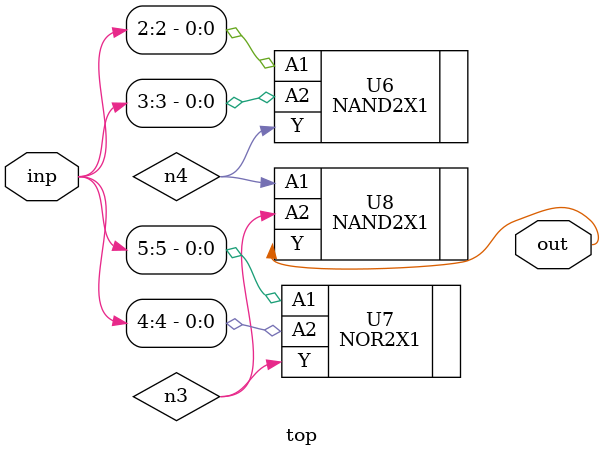
<source format=sv>


module top ( inp, out );
  input [5:0] inp;
  output out;
  wire   n3, n4;

  NAND2X1 U6 ( .A1(inp[2]), .A2(inp[3]), .Y(n4) );
  NOR2X1 U7 ( .A1(inp[5]), .A2(inp[4]), .Y(n3) );
  NAND2X1 U8 ( .A1(n4), .A2(n3), .Y(out) );
endmodule


</source>
